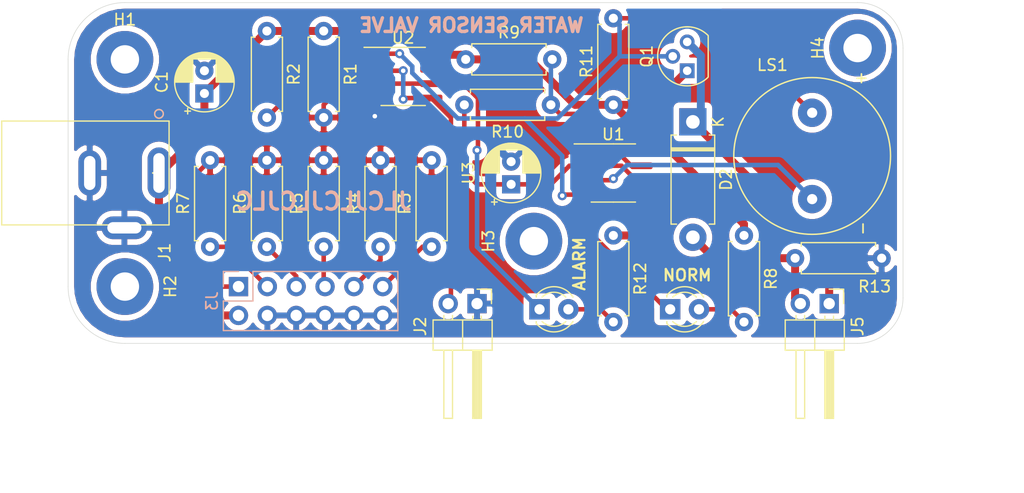
<source format=kicad_pcb>
(kicad_pcb (version 20171130) (host pcbnew "(5.1.10)-1")
  (layers (0 F.Cu signal) (31 B.Cu signal) (34 B.Paste user) (35 F.Paste user) (36 B.SilkS user) (37 F.SilkS user) (38 B.Mask user) (39 F.Mask user) (44 Edge.Cuts user))
  (net 0 "")
  (net 1 GND)
  (net 2 +12V)
  (net 3 "Net-(D1-Pad2)")
  (net 4 555_~RESET~)
  (net 5 "Net-(D2-Pad1)")
  (net 6 "Net-(D3-Pad2)")
  (net 7 R_PROBE)
  (net 8 OUTPUT)
  (net 9 R_SENSITIVITY)
  (net 10 "Net-(R10-Pad1)")
  (net 11 TRIG)
  (net 12 "Net-(U1-Pad5)")
  (net 13 ALARM_OUT)
  (net 14 "Net-(D2-Pad2)")
  (net 15 "Net-(J3-Pad11)")
  (net 16 "Net-(J3-Pad9)")
  (net 17 "Net-(J3-Pad7)")
  (net 18 "Net-(J3-Pad5)")
  (net 19 "Net-(J3-Pad3)")
  (module Connector_PinHeader_2.54mm:PinHeader_2x06_P2.54mm_Vertical (layer B.Cu) (at 50 146 270)
    (fp_text reference J3 (at 1.27 2.33 270) (layer B.SilkS) (effects (justify mirror)))
    (fp_text value SENSITIVITY_SELECTOR)
    (pad 12 thru_hole oval (at 2.54 -12.7 270) (size 1.7 1.7) (drill 1) (layers *.Cu *.Mask) (net 1 GND))
    (pad 11 thru_hole oval (at 0 -12.7 270) (size 1.7 1.7) (drill 1) (layers *.Cu *.Mask) (net 15 "Net-(J3-Pad11)"))
    (pad 10 thru_hole oval (at 2.54 -10.16 270) (size 1.7 1.7) (drill 1) (layers *.Cu *.Mask) (net 1 GND))
    (pad 9 thru_hole oval (at 0 -10.16 270) (size 1.7 1.7) (drill 1) (layers *.Cu *.Mask) (net 16 "Net-(J3-Pad9)"))
    (pad 8 thru_hole oval (at 2.54 -7.62 270) (size 1.7 1.7) (drill 1) (layers *.Cu *.Mask) (net 1 GND))
    (pad 7 thru_hole oval (at 0 -7.62 270) (size 1.7 1.7) (drill 1) (layers *.Cu *.Mask) (net 17 "Net-(J3-Pad7)"))
    (pad 6 thru_hole oval (at 2.54 -5.08 270) (size 1.7 1.7) (drill 1) (layers *.Cu *.Mask) (net 1 GND))
    (pad 5 thru_hole oval (at 0 -5.08 270) (size 1.7 1.7) (drill 1) (layers *.Cu *.Mask) (net 18 "Net-(J3-Pad5)"))
    (pad 4 thru_hole oval (at 2.54 -2.54 270) (size 1.7 1.7) (drill 1) (layers *.Cu *.Mask) (net 1 GND))
    (pad 3 thru_hole oval (at 0 -2.54 270) (size 1.7 1.7) (drill 1) (layers *.Cu *.Mask) (net 19 "Net-(J3-Pad3)"))
    (pad 2 thru_hole oval (at 2.54 0 270) (size 1.7 1.7) (drill 1) (layers *.Cu *.Mask) (net 2 +12V))
    (pad 1 thru_hole rect (at 0 0 270) (size 1.7 1.7) (drill 1) (layers *.Cu *.Mask) (net 9 R_SENSITIVITY))
  )
  (module Project_Library:PJ-002A (layer F.Cu) (at 43 136 270)
    (fp_text reference J1 (at 7 -0.5 270) (layer F.SilkS))
    (fp_text value Barrel_Jack hide)
    (fp_text user * (at 0 0 270) (layer F.SilkS))
    (pad 1 thru_hole oval (at 0 0 270) (size 4.5 2) (drill oval 3.5 1) (layers *.Cu *.Mask) (net 2 +12V))
    (pad 3 thru_hole oval (at 4.826 3.048) (size 4 2) (drill oval 3 1) (layers *.Cu *.Mask) (net 1 GND))
    (pad 2 thru_hole oval (at 0 6.096 270) (size 4 2) (drill oval 3 1) (layers *.Cu *.Mask) (net 1 GND))
  )
  (module Resistor_THT:R_Axial_DIN0207_L6.3mm_D2.5mm_P7.62mm_Horizontal (layer F.Cu) (at 99 143.5)
    (fp_text reference R13 (at 7 2.5) (layer F.SilkS))
    (fp_text value 40R)
    (pad 2 thru_hole oval (at 7.62 0) (size 1.6 1.6) (drill 0.8) (layers *.Cu *.Mask) (net 1 GND))
    (pad 1 thru_hole circle (at 0 0) (size 1.6 1.6) (drill 0.8) (layers *.Cu *.Mask) (net 14 "Net-(D2-Pad2)"))
  )
  (module Project_Library:CUI_CPI-1375IC-80T (layer F.Cu) (at 100.5 134.5 270)
    (fp_text reference LS1 (at -8 3.5) (layer F.SilkS))
    (fp_text value CPI-1375IC-80T)
    (fp_text user + (at -6.84 -4.265 90) (layer F.SilkS))
    (fp_text user - (at 6.375 -4.405 90) (layer F.SilkS))
    (pad P thru_hole circle (at -3.8 0 270) (size 2.5 2.5) (drill 0.9) (layers *.Cu *.Mask) (net 4 555_~RESET~))
    (pad N thru_hole circle (at 3.8 0 270) (size 2.5 2.5) (drill 0.9) (layers *.Cu *.Mask) (net 8 OUTPUT))
  )
  (module MountingHole:MountingHole_2.5mm_Pad_TopBottom (layer F.Cu) (at 104.5 125)
    (fp_text reference H4 (at -3.5 0 90) (layer F.SilkS))
    (fp_text value MountingHole)
    (pad 1 connect circle (at 0 0) (size 5 5) (layers B.Cu B.Mask))
    (pad 1 connect circle (at 0 0) (size 5 5) (layers F.Cu F.Mask))
    (pad 1 thru_hole circle (at 0 0) (size 2.9 2.9) (drill 2.5) (layers *.Cu *.Mask))
  )
  (module Connector_PinHeader_2.54mm:PinHeader_1x02_P2.54mm_Horizontal (layer F.Cu) (at 71 147.5 270)
    (fp_text reference J2 (at 2 5 90) (layer F.SilkS))
    (fp_text value WATER_PROBE)
    (pad 2 thru_hole oval (at 0 2.54 270) (size 1.7 1.7) (drill 1) (layers *.Cu *.Mask) (net 7 R_PROBE))
    (pad 1 thru_hole rect (at 0 0 270) (size 1.7 1.7) (drill 1) (layers *.Cu *.Mask) (net 1 GND))
  )
  (module MountingHole:MountingHole_2.5mm_Pad_TopBottom (layer F.Cu) (at 76 142)
    (fp_text reference H3 (at -4 0 90) (layer F.SilkS))
    (fp_text value MountingHole)
    (pad 1 connect circle (at 0 0) (size 5 5) (layers B.Cu B.Mask))
    (pad 1 connect circle (at 0 0) (size 5 5) (layers F.Cu F.Mask))
    (pad 1 thru_hole circle (at 0 0) (size 2.9 2.9) (drill 2.5) (layers *.Cu *.Mask))
  )
  (module MountingHole:MountingHole_2.5mm_Pad_TopBottom (layer F.Cu) (at 40 146)
    (fp_text reference H2 (at 4 0 270) (layer F.SilkS))
    (fp_text value MountingHole)
    (pad 1 connect circle (at 0 0) (size 5 5) (layers B.Cu B.Mask))
    (pad 1 connect circle (at 0 0) (size 5 5) (layers F.Cu F.Mask))
    (pad 1 thru_hole circle (at 0 0) (size 2.9 2.9) (drill 2.5) (layers *.Cu *.Mask))
  )
  (module MountingHole:MountingHole_2.5mm_Pad_TopBottom (layer F.Cu) (at 40 126)
    (fp_text reference H1 (at 0 -3.5) (layer F.SilkS))
    (fp_text value MountingHole)
    (pad 1 connect circle (at 0 0) (size 5 5) (layers B.Cu B.Mask))
    (pad 1 connect circle (at 0 0) (size 5 5) (layers F.Cu F.Mask))
    (pad 1 thru_hole circle (at 0 0) (size 2.9 2.9) (drill 2.5) (layers *.Cu *.Mask))
  )
  (module Connector_PinHeader_2.54mm:PinHeader_1x02_P2.54mm_Horizontal (layer F.Cu) (at 102 147.5 270)
    (fp_text reference J5 (at 2 -2.5 90) (layer F.SilkS))
    (fp_text value VALVE)
    (pad 2 thru_hole oval (at 0 2.54 270) (size 1.7 1.7) (drill 1) (layers *.Cu *.Mask) (net 14 "Net-(D2-Pad2)"))
    (pad 1 thru_hole rect (at 0 0 270) (size 1.7 1.7) (drill 1) (layers *.Cu *.Mask) (net 5 "Net-(D2-Pad1)"))
  )
  (module Capacitor_THT:CP_Radial_D5.0mm_P2.00mm (layer F.Cu) (at 74 137 90)
    (fp_text reference U3 (at 1 -3.75 90) (layer F.SilkS))
    (fp_text value 47U)
    (pad 2 thru_hole circle (at 2 0 90) (size 1.6 1.6) (drill 0.8) (layers *.Cu *.Mask) (net 1 GND))
    (pad 1 thru_hole rect (at 0 0 90) (size 1.6 1.6) (drill 0.8) (layers *.Cu *.Mask) (net 11 TRIG))
  )
  (module Package_SO:SOIC-8_3.9x4.9mm_P1.27mm (layer F.Cu) (at 64.5 127.5)
    (fp_text reference U2 (at 0 -3.4) (layer F.SilkS))
    (fp_text value LM2904)
    (pad 8 smd roundrect (at 2.475 -1.905) (size 1.95 0.6) (layers F.Cu F.Paste F.Mask) (net 2 +12V))
    (pad 7 smd roundrect (at 2.475 -0.635) (size 1.95 0.6) (layers F.Cu F.Paste F.Mask) (net 13 ALARM_OUT))
    (pad 6 smd roundrect (at 2.475 0.635) (size 1.95 0.6) (layers F.Cu F.Paste F.Mask) (net 9 R_SENSITIVITY))
    (pad 5 smd roundrect (at 2.475 1.905) (size 1.95 0.6) (layers F.Cu F.Paste F.Mask) (net 7 R_PROBE))
    (pad 4 smd roundrect (at -2.475 1.905) (size 1.95 0.6) (layers F.Cu F.Paste F.Mask) (net 1 GND))
    (pad 3 smd roundrect (at -2.475 0.635) (size 1.95 0.6) (layers F.Cu F.Paste F.Mask) (net 9 R_SENSITIVITY))
    (pad 2 smd roundrect (at -2.475 -0.635) (size 1.95 0.6) (layers F.Cu F.Paste F.Mask) (net 7 R_PROBE))
    (pad 1 smd roundrect (at -2.475 -1.905) (size 1.95 0.6) (layers F.Cu F.Paste F.Mask) (net 4 555_~RESET~))
  )
  (module Package_SO:SOIC-8_3.9x4.9mm_P1.27mm (layer F.Cu) (at 83 136)
    (fp_text reference U1 (at 0 -3.4) (layer F.SilkS))
    (fp_text value NE555D)
    (pad 8 smd roundrect (at 2.475 -1.905) (size 1.95 0.6) (layers F.Cu F.Paste F.Mask) (net 2 +12V))
    (pad 7 smd roundrect (at 2.475 -0.635) (size 1.95 0.6) (layers F.Cu F.Paste F.Mask) (net 10 "Net-(R10-Pad1)"))
    (pad 6 smd roundrect (at 2.475 0.635) (size 1.95 0.6) (layers F.Cu F.Paste F.Mask) (net 11 TRIG))
    (pad 5 smd roundrect (at 2.475 1.905) (size 1.95 0.6) (layers F.Cu F.Paste F.Mask) (net 12 "Net-(U1-Pad5)"))
    (pad 4 smd roundrect (at -2.475 1.905) (size 1.95 0.6) (layers F.Cu F.Paste F.Mask) (net 4 555_~RESET~))
    (pad 3 smd roundrect (at -2.475 0.635) (size 1.95 0.6) (layers F.Cu F.Paste F.Mask) (net 8 OUTPUT))
    (pad 2 smd roundrect (at -2.475 -0.635) (size 1.95 0.6) (layers F.Cu F.Paste F.Mask) (net 11 TRIG))
    (pad 1 smd roundrect (at -2.475 -1.905) (size 1.95 0.6) (layers F.Cu F.Paste F.Mask) (net 1 GND))
  )
  (module Resistor_THT:R_Axial_DIN0207_L6.3mm_D2.5mm_P7.62mm_Horizontal (layer F.Cu) (at 83 141.5 270)
    (fp_text reference R12 (at 3.81 -2.37 90) (layer F.SilkS))
    (fp_text value 2K)
    (pad 2 thru_hole oval (at 7.62 0 270) (size 1.6 1.6) (drill 0.8) (layers *.Cu *.Mask) (net 6 "Net-(D3-Pad2)"))
    (pad 1 thru_hole circle (at 0 0 270) (size 1.6 1.6) (drill 0.8) (layers *.Cu *.Mask) (net 2 +12V))
  )
  (module Resistor_THT:R_Axial_DIN0207_L6.3mm_D2.5mm_P7.62mm_Horizontal (layer F.Cu) (at 83 130 90)
    (fp_text reference R11 (at 3.81 -2.37 90) (layer F.SilkS))
    (fp_text value 100K)
    (pad 2 thru_hole oval (at 7.62 0 90) (size 1.6 1.6) (drill 0.8) (layers *.Cu *.Mask) (net 4 555_~RESET~))
    (pad 1 thru_hole circle (at 0 0 90) (size 1.6 1.6) (drill 0.8) (layers *.Cu *.Mask) (net 2 +12V))
  )
  (module Resistor_THT:R_Axial_DIN0207_L6.3mm_D2.5mm_P7.62mm_Horizontal (layer F.Cu) (at 77.5 130 180)
    (fp_text reference R10 (at 3.81 -2.37) (layer F.SilkS))
    (fp_text value 30K9)
    (pad 2 thru_hole oval (at 7.62 0 180) (size 1.6 1.6) (drill 0.8) (layers *.Cu *.Mask) (net 11 TRIG))
    (pad 1 thru_hole circle (at 0 0 180) (size 1.6 1.6) (drill 0.8) (layers *.Cu *.Mask) (net 10 "Net-(R10-Pad1)"))
  )
  (module Resistor_THT:R_Axial_DIN0207_L6.3mm_D2.5mm_P7.62mm_Horizontal (layer F.Cu) (at 70 126)
    (fp_text reference R9 (at 3.81 -2.37) (layer F.SilkS))
    (fp_text value 100K)
    (pad 2 thru_hole oval (at 7.62 0) (size 1.6 1.6) (drill 0.8) (layers *.Cu *.Mask) (net 10 "Net-(R10-Pad1)"))
    (pad 1 thru_hole circle (at 0 0) (size 1.6 1.6) (drill 0.8) (layers *.Cu *.Mask) (net 2 +12V))
  )
  (module Resistor_THT:R_Axial_DIN0207_L6.3mm_D2.5mm_P7.62mm_Horizontal (layer F.Cu) (at 94.5 141.5 270)
    (fp_text reference R8 (at 3.81 -2.37 90) (layer F.SilkS))
    (fp_text value 2K)
    (pad 2 thru_hole oval (at 7.62 0 270) (size 1.6 1.6) (drill 0.8) (layers *.Cu *.Mask) (net 3 "Net-(D1-Pad2)"))
    (pad 1 thru_hole circle (at 0 0 270) (size 1.6 1.6) (drill 0.8) (layers *.Cu *.Mask) (net 2 +12V))
  )
  (module Resistor_THT:R_Axial_DIN0207_L6.3mm_D2.5mm_P7.62mm_Horizontal (layer F.Cu) (at 47.5 142.5 90)
    (fp_text reference R7 (at 3.81 -2.37 90) (layer F.SilkS))
    (fp_text value 31K6)
    (pad 2 thru_hole oval (at 7.62 0 90) (size 1.6 1.6) (drill 0.8) (layers *.Cu *.Mask) (net 9 R_SENSITIVITY))
    (pad 1 thru_hole circle (at 0 0 90) (size 1.6 1.6) (drill 0.8) (layers *.Cu *.Mask) (net 19 "Net-(J3-Pad3)"))
  )
  (module Resistor_THT:R_Axial_DIN0207_L6.3mm_D2.5mm_P7.62mm_Horizontal (layer F.Cu) (at 52.5 142.5 90)
    (fp_text reference R6 (at 3.81 -2.37 90) (layer F.SilkS))
    (fp_text value 63K4)
    (pad 2 thru_hole oval (at 7.62 0 90) (size 1.6 1.6) (drill 0.8) (layers *.Cu *.Mask) (net 9 R_SENSITIVITY))
    (pad 1 thru_hole circle (at 0 0 90) (size 1.6 1.6) (drill 0.8) (layers *.Cu *.Mask) (net 18 "Net-(J3-Pad5)"))
  )
  (module Resistor_THT:R_Axial_DIN0207_L6.3mm_D2.5mm_P7.62mm_Horizontal (layer F.Cu) (at 57.5 142.5 90)
    (fp_text reference R5 (at 3.81 -2.37 90) (layer F.SilkS))
    (fp_text value 127K)
    (pad 2 thru_hole oval (at 7.62 0 90) (size 1.6 1.6) (drill 0.8) (layers *.Cu *.Mask) (net 9 R_SENSITIVITY))
    (pad 1 thru_hole circle (at 0 0 90) (size 1.6 1.6) (drill 0.8) (layers *.Cu *.Mask) (net 17 "Net-(J3-Pad7)"))
  )
  (module Resistor_THT:R_Axial_DIN0207_L6.3mm_D2.5mm_P7.62mm_Horizontal (layer F.Cu) (at 62.5 142.5 90)
    (fp_text reference R4 (at 3.81 -2.37 90) (layer F.SilkS))
    (fp_text value 255K)
    (pad 2 thru_hole oval (at 7.62 0 90) (size 1.6 1.6) (drill 0.8) (layers *.Cu *.Mask) (net 9 R_SENSITIVITY))
    (pad 1 thru_hole circle (at 0 0 90) (size 1.6 1.6) (drill 0.8) (layers *.Cu *.Mask) (net 16 "Net-(J3-Pad9)"))
  )
  (module Resistor_THT:R_Axial_DIN0207_L6.3mm_D2.5mm_P7.62mm_Horizontal (layer F.Cu) (at 67 142.5 90)
    (fp_text reference R3 (at 3.81 -2.37 90) (layer F.SilkS))
    (fp_text value 383K)
    (pad 2 thru_hole oval (at 7.62 0 90) (size 1.6 1.6) (drill 0.8) (layers *.Cu *.Mask) (net 9 R_SENSITIVITY))
    (pad 1 thru_hole circle (at 0 0 90) (size 1.6 1.6) (drill 0.8) (layers *.Cu *.Mask) (net 15 "Net-(J3-Pad11)"))
  )
  (module Resistor_THT:R_Axial_DIN0207_L6.3mm_D2.5mm_P7.62mm_Horizontal (layer F.Cu) (at 52.5 123.5 270)
    (fp_text reference R2 (at 3.81 -2.37 90) (layer F.SilkS))
    (fp_text value 500K)
    (pad 2 thru_hole oval (at 7.62 0 270) (size 1.6 1.6) (drill 0.8) (layers *.Cu *.Mask) (net 7 R_PROBE))
    (pad 1 thru_hole circle (at 0 0 270) (size 1.6 1.6) (drill 0.8) (layers *.Cu *.Mask) (net 2 +12V))
  )
  (module Resistor_THT:R_Axial_DIN0207_L6.3mm_D2.5mm_P7.62mm_Horizontal (layer F.Cu) (at 57.5 123.5 270)
    (fp_text reference R1 (at 3.81 -2.37 90) (layer F.SilkS))
    (fp_text value 500K)
    (pad 2 thru_hole oval (at 7.62 0 270) (size 1.6 1.6) (drill 0.8) (layers *.Cu *.Mask) (net 9 R_SENSITIVITY))
    (pad 1 thru_hole circle (at 0 0 270) (size 1.6 1.6) (drill 0.8) (layers *.Cu *.Mask) (net 2 +12V))
  )
  (module Package_TO_SOT_THT:TO-92 (layer F.Cu) (at 89.5 127 90)
    (fp_text reference Q1 (at 1.27 -3.56 90) (layer F.SilkS))
    (fp_text value Q_PMOS_DGS)
    (pad 1 thru_hole rect (at 0 0 90) (size 1.3 1.3) (drill 0.75) (layers *.Cu *.Mask) (net 2 +12V))
    (pad 3 thru_hole circle (at 2.54 0 90) (size 1.3 1.3) (drill 0.75) (layers *.Cu *.Mask) (net 5 "Net-(D2-Pad1)"))
    (pad 2 thru_hole circle (at 1.27 -1.27 90) (size 1.3 1.3) (drill 0.75) (layers *.Cu *.Mask) (net 4 555_~RESET~))
  )
  (module LED_THT:LED_D3.0mm (layer F.Cu) (at 76.5 148)
    (fp_text reference D3 hide)
    (fp_text value ALARM_LED)
    (pad 2 thru_hole circle (at 2.54 0) (size 1.8 1.8) (drill 0.9) (layers *.Cu *.Mask) (net 6 "Net-(D3-Pad2)"))
    (pad 1 thru_hole rect (at 0 0) (size 1.8 1.8) (drill 0.9) (layers *.Cu *.Mask) (net 13 ALARM_OUT))
  )
  (module Diode_THT:D_DO-15_P10.16mm_Horizontal (layer F.Cu) (at 90 131.5 270)
    (fp_text reference D2 (at 5.08 -2.92 90) (layer F.SilkS))
    (fp_text value D)
    (fp_text user K (at 0 -2.2 90) (layer F.SilkS))
    (pad 2 thru_hole oval (at 10.16 0 270) (size 2.4 2.4) (drill 1.2) (layers *.Cu *.Mask) (net 14 "Net-(D2-Pad2)"))
    (pad 1 thru_hole rect (at 0 0 270) (size 2.4 2.4) (drill 1.2) (layers *.Cu *.Mask) (net 5 "Net-(D2-Pad1)"))
  )
  (module LED_THT:LED_D3.0mm (layer F.Cu) (at 88 148)
    (fp_text reference D1 hide)
    (fp_text value NORM_LED)
    (pad 2 thru_hole circle (at 2.54 0) (size 1.8 1.8) (drill 0.9) (layers *.Cu *.Mask) (net 3 "Net-(D1-Pad2)"))
    (pad 1 thru_hole rect (at 0 0) (size 1.8 1.8) (drill 0.9) (layers *.Cu *.Mask) (net 4 555_~RESET~))
  )
  (module Capacitor_THT:CP_Radial_D5.0mm_P2.00mm (layer F.Cu) (at 47 129 90)
    (fp_text reference C1 (at 1 -3.75 90) (layer F.SilkS))
    (fp_text value 10U)
    (pad 2 thru_hole circle (at 2 0 90) (size 1.6 1.6) (drill 0.8) (layers *.Cu *.Mask) (net 1 GND))
    (pad 1 thru_hole rect (at 0 0 90) (size 1.6 1.6) (drill 0.8) (layers *.Cu *.Mask) (net 2 +12V))
  )
  (gr_text NORM (at 89.5 145) (layer F.SilkS) (effects (font (size 1 1) (thickness 0.2))))
  (gr_text ALARM (at 80 144 90) (layer F.SilkS) (effects (font (size 1 1) (thickness 0.2))))
  (gr_text "WATER SENSOR VALVE" (at 70.5 123) (layer B.SilkS) (effects (font (size 1.2 1.2) (thickness 0.3)) (justify mirror)))
  (gr_text JLCJLCJLCJLC (at 57.5 138.5) (layer B.SilkS) (effects (font (size 1.5 1.5) (thickness 0.3)) (justify mirror)))
  (gr_arc (start 104.5 147) (end 104.5 151) (angle -90) (layer Edge.Cuts) (width 0.05))
  (gr_arc (start 104.5 125) (end 108.5 125) (angle -90) (layer Edge.Cuts) (width 0.05))
  (gr_arc (start 40 146) (end 35 146) (angle -90) (layer Edge.Cuts) (width 0.05))
  (gr_arc (start 40 126) (end 40 121) (angle -90) (layer Edge.Cuts) (width 0.05))
  (gr_line (start 104.5 121) (end 40 121) (layer Edge.Cuts) (width 0.05))
  (gr_line (start 108.5 147) (end 108.5 125) (layer Edge.Cuts) (width 0.05))
  (gr_line (start 40 151) (end 104.5 151) (layer Edge.Cuts) (width 0.05))
  (gr_line (start 35 126) (end 35 146) (layer Edge.Cuts) (width 0.05))
  (via (at 62 131) (size 0.8) (drill 0.4) (layers F.Cu B.Cu) (net 1))
  (segment (start 63.5 132.5) (end 62 131) (width 0.7) (layer B.Cu) (net 1))
  (segment (start 71.5 132.5) (end 63.5 132.5) (width 0.7) (layer B.Cu) (net 1))
  (segment (start 74 135) (end 71.5 132.5) (width 0.7) (layer B.Cu) (net 1))
  (segment (start 47 132.130402) (end 47 129) (width 0.7) (layer F.Cu) (net 2))
  (segment (start 43.130402 136) (end 47 132.130402) (width 0.7) (layer F.Cu) (net 2))
  (segment (start 43 136) (end 43.130402 136) (width 0.7) (layer F.Cu) (net 2))
  (segment (start 47 129) (end 52.5 123.5) (width 0.7) (layer F.Cu) (net 2))
  (segment (start 52.5 123.5) (end 57.5 123.5) (width 0.7) (layer F.Cu) (net 2))
  (segment (start 64.88 123.5) (end 66.975 125.595) (width 0.7) (layer F.Cu) (net 2))
  (segment (start 57.5 123.5) (end 64.88 123.5) (width 0.7) (layer F.Cu) (net 2))
  (segment (start 69.595 125.595) (end 70 126) (width 0.7) (layer F.Cu) (net 2))
  (segment (start 66.975 125.595) (end 69.595 125.595) (width 0.7) (layer F.Cu) (net 2))
  (segment (start 79.621998 130) (end 83 130) (width 0.7) (layer F.Cu) (net 2))
  (segment (start 75.621998 126) (end 79.621998 130) (width 0.7) (layer F.Cu) (net 2))
  (segment (start 70 126) (end 75.621998 126) (width 0.7) (layer F.Cu) (net 2))
  (segment (start 86.5 130) (end 89.5 127) (width 0.7) (layer F.Cu) (net 2))
  (segment (start 83 130) (end 86.5 130) (width 0.7) (layer F.Cu) (net 2))
  (segment (start 88.095 134.095) (end 85.475 134.095) (width 0.7) (layer F.Cu) (net 2))
  (segment (start 85.475 132.475) (end 83 130) (width 0.7) (layer F.Cu) (net 2))
  (segment (start 85.475 134.095) (end 85.475 132.475) (width 0.7) (layer F.Cu) (net 2))
  (segment (start 90 136) (end 88.095 134.095) (width 0.7) (layer F.Cu) (net 2))
  (segment (start 85.5 141.5) (end 83 141.5) (width 0.7) (layer F.Cu) (net 2))
  (segment (start 90 137) (end 85.5 141.5) (width 0.7) (layer F.Cu) (net 2))
  (segment (start 90 136) (end 90 137) (width 0.7) (layer F.Cu) (net 2))
  (segment (start 94.5 140.5) (end 90 136) (width 0.7) (layer F.Cu) (net 2))
  (segment (start 94.5 141.5) (end 94.5 140.5) (width 0.7) (layer F.Cu) (net 2))
  (segment (start 48.54 148.54) (end 50 148.54) (width 0.7) (layer F.Cu) (net 2))
  (segment (start 43 143) (end 48.54 148.54) (width 0.7) (layer F.Cu) (net 2))
  (segment (start 43 136) (end 43 143) (width 0.7) (layer F.Cu) (net 2))
  (segment (start 93.38 148) (end 94.5 149.12) (width 0.4) (layer F.Cu) (net 3))
  (segment (start 90.54 148) (end 93.38 148) (width 0.4) (layer F.Cu) (net 3))
  (via (at 78.5 138) (size 0.8) (drill 0.4) (layers F.Cu B.Cu) (net 4))
  (segment (start 78.595 137.905) (end 78.5 138) (width 0.4) (layer F.Cu) (net 4))
  (segment (start 80.525 137.905) (end 78.595 137.905) (width 0.4) (layer F.Cu) (net 4))
  (via (at 64.184002 125.5) (size 0.8) (drill 0.4) (layers F.Cu B.Cu) (net 4))
  (segment (start 62.12 125.5) (end 62.025 125.595) (width 0.4) (layer F.Cu) (net 4))
  (segment (start 64.184002 125.5) (end 62.12 125.5) (width 0.4) (layer F.Cu) (net 4))
  (segment (start 87.2 147.5) (end 80.525 140.825) (width 0.4) (layer F.Cu) (net 4))
  (segment (start 80.525 140.825) (end 80.525 137.905) (width 0.4) (layer F.Cu) (net 4))
  (segment (start 88.5 147.5) (end 87.2 147.5) (width 0.4) (layer F.Cu) (net 4))
  (segment (start 65.300001 126.615999) (end 64.184002 125.5) (width 0.4) (layer B.Cu) (net 4))
  (segment (start 65.300001 127.196003) (end 65.300001 126.615999) (width 0.4) (layer B.Cu) (net 4))
  (segment (start 69.303999 131.200001) (end 65.300001 127.196003) (width 0.4) (layer B.Cu) (net 4))
  (segment (start 75.200001 131.200001) (end 69.303999 131.200001) (width 0.4) (layer B.Cu) (net 4))
  (segment (start 78.5 134.5) (end 75.200001 131.200001) (width 0.4) (layer B.Cu) (net 4))
  (segment (start 78.5 138) (end 78.5 134.5) (width 0.4) (layer B.Cu) (net 4))
  (segment (start 83.546002 125.73) (end 88.23 125.73) (width 0.4) (layer B.Cu) (net 4))
  (segment (start 78.076001 131.200001) (end 83.546002 125.73) (width 0.4) (layer B.Cu) (net 4))
  (segment (start 75.200001 131.200001) (end 78.076001 131.200001) (width 0.4) (layer B.Cu) (net 4))
  (segment (start 83.546002 122.926002) (end 83 122.38) (width 0.4) (layer B.Cu) (net 4))
  (segment (start 83.546002 125.73) (end 83.546002 122.926002) (width 0.4) (layer B.Cu) (net 4))
  (segment (start 92.18 122.38) (end 83 122.38) (width 0.4) (layer F.Cu) (net 4))
  (segment (start 100.5 130.7) (end 92.18 122.38) (width 0.4) (layer F.Cu) (net 4))
  (segment (start 90.700001 130.799999) (end 90 131.5) (width 0.7) (layer B.Cu) (net 5))
  (segment (start 90.700001 125.660001) (end 90.700001 130.799999) (width 0.7) (layer B.Cu) (net 5))
  (segment (start 89.5 124.46) (end 90.700001 125.660001) (width 0.7) (layer B.Cu) (net 5))
  (segment (start 102 143.5) (end 102 147.5) (width 0.7) (layer F.Cu) (net 5))
  (segment (start 90 131.5) (end 102 143.5) (width 0.7) (layer F.Cu) (net 5))
  (segment (start 81.88 148) (end 83 149.12) (width 0.4) (layer F.Cu) (net 6))
  (segment (start 79.04 148) (end 81.88 148) (width 0.4) (layer F.Cu) (net 6))
  (via (at 64.5 129.5) (size 0.8) (drill 0.4) (layers F.Cu B.Cu) (net 7))
  (segment (start 64.595 129.405) (end 64.5 129.5) (width 0.4) (layer F.Cu) (net 7))
  (segment (start 66.975 129.405) (end 64.595 129.405) (width 0.4) (layer F.Cu) (net 7))
  (via (at 64.5 127) (size 0.8) (drill 0.4) (layers F.Cu B.Cu) (net 7))
  (segment (start 64.5 129.5) (end 64.5 127) (width 0.4) (layer B.Cu) (net 7))
  (segment (start 62.16 127) (end 62.025 126.865) (width 0.4) (layer F.Cu) (net 7))
  (segment (start 64.5 127) (end 62.16 127) (width 0.4) (layer F.Cu) (net 7))
  (segment (start 56.755 126.865) (end 52.5 131.12) (width 0.4) (layer F.Cu) (net 7))
  (segment (start 62.025 126.865) (end 56.755 126.865) (width 0.4) (layer F.Cu) (net 7))
  (segment (start 68.700001 147.259999) (end 68.46 147.5) (width 0.4) (layer F.Cu) (net 7))
  (segment (start 68.700001 131.130001) (end 68.700001 147.259999) (width 0.4) (layer F.Cu) (net 7))
  (segment (start 66.975 129.405) (end 68.700001 131.130001) (width 0.4) (layer F.Cu) (net 7))
  (segment (start 82.865 136.635) (end 83 136.5) (width 0.4) (layer F.Cu) (net 8))
  (segment (start 80.525 136.635) (end 82.865 136.635) (width 0.4) (layer F.Cu) (net 8))
  (via (at 83 136.5) (size 0.8) (drill 0.4) (layers F.Cu B.Cu) (net 8))
  (segment (start 84.2 135.3) (end 83 136.5) (width 0.4) (layer B.Cu) (net 8))
  (segment (start 97.5 135.3) (end 84.2 135.3) (width 0.4) (layer B.Cu) (net 8))
  (segment (start 100.5 138.3) (end 97.5 135.3) (width 0.4) (layer B.Cu) (net 8))
  (segment (start 66.975 128.135) (end 62.025 128.135) (width 0.4) (layer F.Cu) (net 9))
  (segment (start 57.5 130) (end 57.5 131.12) (width 0.4) (layer F.Cu) (net 9))
  (segment (start 59 128.5) (end 57.5 130) (width 0.4) (layer F.Cu) (net 9))
  (segment (start 60.685 128.5) (end 59 128.5) (width 0.4) (layer F.Cu) (net 9))
  (segment (start 61.05 128.135) (end 60.685 128.5) (width 0.4) (layer F.Cu) (net 9))
  (segment (start 62.025 128.135) (end 61.05 128.135) (width 0.4) (layer F.Cu) (net 9))
  (segment (start 48.375 146) (end 50 146) (width 0.4) (layer F.Cu) (net 9))
  (segment (start 45 142.625) (end 48.375 146) (width 0.4) (layer F.Cu) (net 9))
  (segment (start 45 137.38) (end 45 142.625) (width 0.4) (layer F.Cu) (net 9))
  (segment (start 47.5 134.88) (end 45 137.38) (width 0.4) (layer F.Cu) (net 9))
  (segment (start 78.299999 130.799999) (end 77.5 130) (width 0.4) (layer F.Cu) (net 10))
  (segment (start 80.005707 130.799999) (end 78.299999 130.799999) (width 0.4) (layer F.Cu) (net 10))
  (segment (start 84.570708 135.365) (end 80.005707 130.799999) (width 0.4) (layer F.Cu) (net 10))
  (segment (start 85.475 135.365) (end 84.570708 135.365) (width 0.4) (layer F.Cu) (net 10))
  (segment (start 77.5 126.12) (end 77.62 126) (width 0.4) (layer B.Cu) (net 10))
  (segment (start 77.5 130) (end 77.5 126.12) (width 0.4) (layer B.Cu) (net 10))
  (segment (start 84.992166 136.635) (end 85.475 136.635) (width 0.4) (layer F.Cu) (net 11))
  (segment (start 83.722166 135.365) (end 84.992166 136.635) (width 0.4) (layer F.Cu) (net 11))
  (segment (start 80.525 135.365) (end 83.722166 135.365) (width 0.4) (layer F.Cu) (net 11))
  (segment (start 77.5 137) (end 79.135 135.365) (width 0.4) (layer F.Cu) (net 11))
  (segment (start 71 137) (end 77.5 137) (width 0.4) (layer F.Cu) (net 11))
  (segment (start 69.88 135.88) (end 71 137) (width 0.4) (layer F.Cu) (net 11))
  (segment (start 79.135 135.365) (end 80.525 135.365) (width 0.4) (layer F.Cu) (net 11))
  (segment (start 69.88 130) (end 69.88 135.88) (width 0.4) (layer F.Cu) (net 11))
  (via (at 71 134) (size 0.8) (drill 0.4) (layers F.Cu B.Cu) (net 13))
  (segment (start 71.080001 133.919999) (end 71 134) (width 0.4) (layer F.Cu) (net 13))
  (segment (start 71.080001 129.423999) (end 71.080001 133.919999) (width 0.4) (layer F.Cu) (net 13))
  (segment (start 68.521002 126.865) (end 71.080001 129.423999) (width 0.4) (layer F.Cu) (net 13))
  (segment (start 66.975 126.865) (end 68.521002 126.865) (width 0.4) (layer F.Cu) (net 13))
  (segment (start 71 142.5) (end 76.5 148) (width 0.4) (layer B.Cu) (net 13))
  (segment (start 71 134) (end 71 142.5) (width 0.4) (layer B.Cu) (net 13))
  (segment (start 91.84 143.5) (end 99 143.5) (width 0.7) (layer F.Cu) (net 14))
  (segment (start 90 141.66) (end 91.84 143.5) (width 0.7) (layer F.Cu) (net 14))
  (segment (start 99 147.04) (end 99.46 147.5) (width 0.7) (layer F.Cu) (net 14))
  (segment (start 99 143.5) (end 99 147.04) (width 0.7) (layer F.Cu) (net 14))
  (segment (start 66.2 142.5) (end 67 142.5) (width 0.4) (layer F.Cu) (net 15))
  (segment (start 62.7 146) (end 66.2 142.5) (width 0.4) (layer F.Cu) (net 15))
  (segment (start 62.5 143.66) (end 62.5 142.5) (width 0.4) (layer F.Cu) (net 16))
  (segment (start 60.16 146) (end 62.5 143.66) (width 0.4) (layer F.Cu) (net 16))
  (segment (start 57.5 145.92) (end 57.46 145.96) (width 0.4) (layer F.Cu) (net 17))
  (segment (start 57.5 145.88) (end 57.62 146) (width 0.4) (layer F.Cu) (net 17))
  (segment (start 57.5 142.5) (end 57.5 145.88) (width 0.4) (layer F.Cu) (net 17))
  (segment (start 55.08 145.08) (end 55.08 146) (width 0.4) (layer F.Cu) (net 18))
  (segment (start 52.5 142.5) (end 55.08 145.08) (width 0.4) (layer F.Cu) (net 18))
  (segment (start 49.04 142.5) (end 52.54 146) (width 0.4) (layer F.Cu) (net 19))
  (segment (start 47.5 142.5) (end 49.04 142.5) (width 0.4) (layer F.Cu) (net 19))
  (zone (net 1) (net_name GND) (layer F.Cu) (connect_pads (clearance 0.508)) (min_thickness 0.254) (fill yes (arc_segments 32) (thermal_gap 0.508) (thermal_bridge_width 0.508))
    (polygon (pts (xy 108.5 151) (xy 35 151) (xy 35 121) (xy 108.5 121)))
  )
  (zone (net 1) (net_name GND) (layer B.Cu) (connect_pads (clearance 0.508)) (min_thickness 0.254) (fill yes (arc_segments 32) (thermal_gap 0.508) (thermal_bridge_width 0.508))
    (polygon (pts (xy 108.5 151) (xy 35 151) (xy 35 121) (xy 108.5 121)))
  )
  (zone (net 9) (net_name R_SENSITIVITY) (layer F.Cu) (priority 1) (connect_pads (clearance 0.508)) (min_thickness 0.15) (fill yes (arc_segments 32) (thermal_gap 0.508) (thermal_bridge_width 0.508) (smoothing chamfer) (radius 1))
    (polygon (pts (xy 62.5 133.5) (xy 67.5 133.5) (xy 68 134) (xy 68 136) (xy 67.5 136.5) (xy 47 136.5) (xy 46 135.5) (xy 46 134.5) (xy 47 133.5) (xy 52.5 133.5) (xy 57.5 129.5)))
  )
)
</source>
